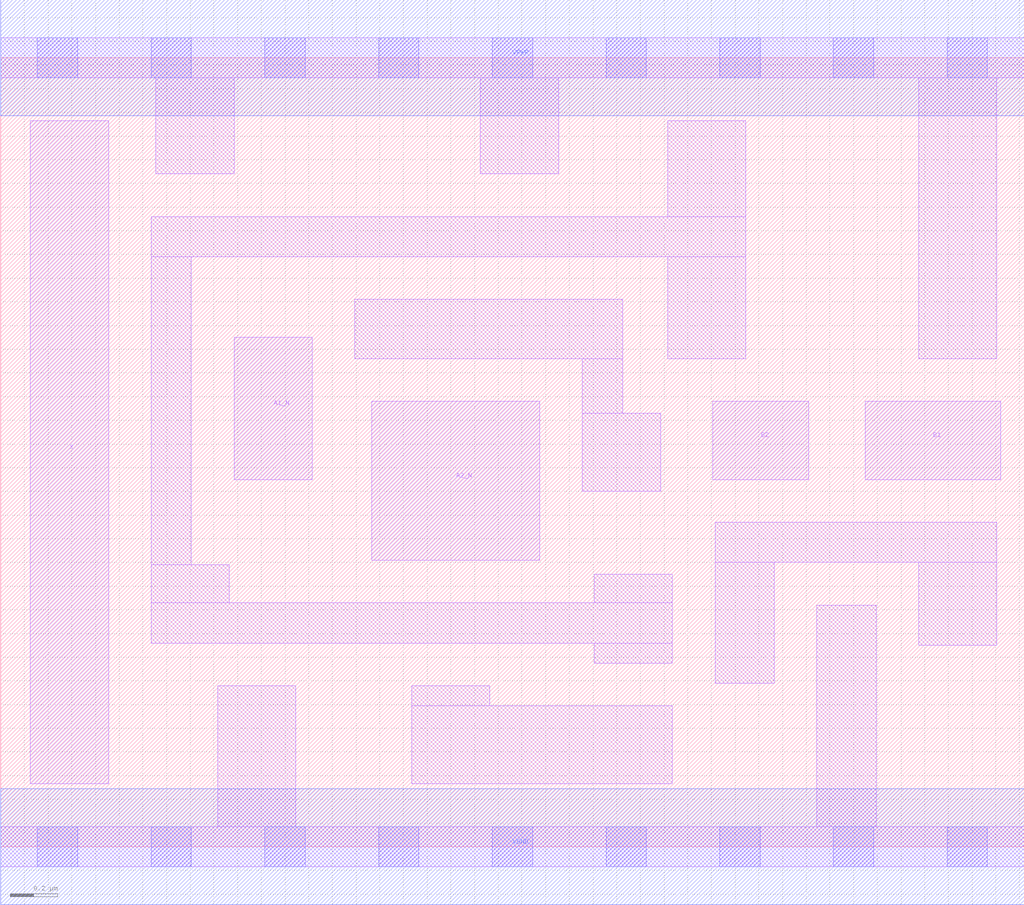
<source format=lef>
# Copyright 2020 The SkyWater PDK Authors
#
# Licensed under the Apache License, Version 2.0 (the "License");
# you may not use this file except in compliance with the License.
# You may obtain a copy of the License at
#
#     https://www.apache.org/licenses/LICENSE-2.0
#
# Unless required by applicable law or agreed to in writing, software
# distributed under the License is distributed on an "AS IS" BASIS,
# WITHOUT WARRANTIES OR CONDITIONS OF ANY KIND, either express or implied.
# See the License for the specific language governing permissions and
# limitations under the License.
#
# SPDX-License-Identifier: Apache-2.0

VERSION 5.7 ;
  NOWIREEXTENSIONATPIN ON ;
  DIVIDERCHAR "/" ;
  BUSBITCHARS "[]" ;
UNITS
  DATABASE MICRONS 200 ;
END UNITS
MACRO sky130_fd_sc_lp__o2bb2a_lp
  CLASS CORE ;
  FOREIGN sky130_fd_sc_lp__o2bb2a_lp ;
  ORIGIN  0.000000  0.000000 ;
  SIZE  4.320000 BY  3.330000 ;
  SYMMETRY X Y R90 ;
  SITE unit ;
  PIN A1_N
    ANTENNAGATEAREA  0.313000 ;
    DIRECTION INPUT ;
    USE SIGNAL ;
    PORT
      LAYER li1 ;
        RECT 0.985000 1.550000 1.315000 2.150000 ;
    END
  END A1_N
  PIN A2_N
    ANTENNAGATEAREA  0.313000 ;
    DIRECTION INPUT ;
    USE SIGNAL ;
    PORT
      LAYER li1 ;
        RECT 1.565000 1.210000 2.275000 1.880000 ;
    END
  END A2_N
  PIN B1
    ANTENNAGATEAREA  0.313000 ;
    DIRECTION INPUT ;
    USE SIGNAL ;
    PORT
      LAYER li1 ;
        RECT 3.650000 1.550000 4.220000 1.880000 ;
    END
  END B1
  PIN B2
    ANTENNAGATEAREA  0.313000 ;
    DIRECTION INPUT ;
    USE SIGNAL ;
    PORT
      LAYER li1 ;
        RECT 3.005000 1.550000 3.410000 1.880000 ;
    END
  END B2
  PIN X
    ANTENNADIFFAREA  0.404700 ;
    DIRECTION OUTPUT ;
    USE SIGNAL ;
    PORT
      LAYER li1 ;
        RECT 0.125000 0.265000 0.455000 3.065000 ;
    END
  END X
  PIN VGND
    DIRECTION INOUT ;
    USE GROUND ;
    PORT
      LAYER met1 ;
        RECT 0.000000 -0.245000 4.320000 0.245000 ;
    END
  END VGND
  PIN VPWR
    DIRECTION INOUT ;
    USE POWER ;
    PORT
      LAYER met1 ;
        RECT 0.000000 3.085000 4.320000 3.575000 ;
    END
  END VPWR
  OBS
    LAYER li1 ;
      RECT 0.000000 -0.085000 4.320000 0.085000 ;
      RECT 0.000000  3.245000 4.320000 3.415000 ;
      RECT 0.635000  0.860000 2.835000 1.030000 ;
      RECT 0.635000  1.030000 0.965000 1.190000 ;
      RECT 0.635000  1.190000 0.805000 2.490000 ;
      RECT 0.635000  2.490000 3.145000 2.660000 ;
      RECT 0.655000  2.840000 0.985000 3.245000 ;
      RECT 0.915000  0.085000 1.245000 0.680000 ;
      RECT 1.495000  2.060000 2.625000 2.310000 ;
      RECT 1.735000  0.265000 2.835000 0.595000 ;
      RECT 1.735000  0.595000 2.065000 0.680000 ;
      RECT 2.025000  2.840000 2.355000 3.245000 ;
      RECT 2.455000  1.500000 2.785000 1.830000 ;
      RECT 2.455000  1.830000 2.625000 2.060000 ;
      RECT 2.505000  0.775000 2.835000 0.860000 ;
      RECT 2.505000  1.030000 2.835000 1.150000 ;
      RECT 2.815000  2.060000 3.145000 2.490000 ;
      RECT 2.815000  2.660000 3.145000 3.065000 ;
      RECT 3.015000  0.690000 3.265000 1.200000 ;
      RECT 3.015000  1.200000 4.205000 1.370000 ;
      RECT 3.445000  0.085000 3.695000 1.020000 ;
      RECT 3.875000  0.850000 4.205000 1.200000 ;
      RECT 3.875000  2.060000 4.205000 3.245000 ;
    LAYER mcon ;
      RECT 0.155000 -0.085000 0.325000 0.085000 ;
      RECT 0.155000  3.245000 0.325000 3.415000 ;
      RECT 0.635000 -0.085000 0.805000 0.085000 ;
      RECT 0.635000  3.245000 0.805000 3.415000 ;
      RECT 1.115000 -0.085000 1.285000 0.085000 ;
      RECT 1.115000  3.245000 1.285000 3.415000 ;
      RECT 1.595000 -0.085000 1.765000 0.085000 ;
      RECT 1.595000  3.245000 1.765000 3.415000 ;
      RECT 2.075000 -0.085000 2.245000 0.085000 ;
      RECT 2.075000  3.245000 2.245000 3.415000 ;
      RECT 2.555000 -0.085000 2.725000 0.085000 ;
      RECT 2.555000  3.245000 2.725000 3.415000 ;
      RECT 3.035000 -0.085000 3.205000 0.085000 ;
      RECT 3.035000  3.245000 3.205000 3.415000 ;
      RECT 3.515000 -0.085000 3.685000 0.085000 ;
      RECT 3.515000  3.245000 3.685000 3.415000 ;
      RECT 3.995000 -0.085000 4.165000 0.085000 ;
      RECT 3.995000  3.245000 4.165000 3.415000 ;
  END
END sky130_fd_sc_lp__o2bb2a_lp
END LIBRARY

</source>
